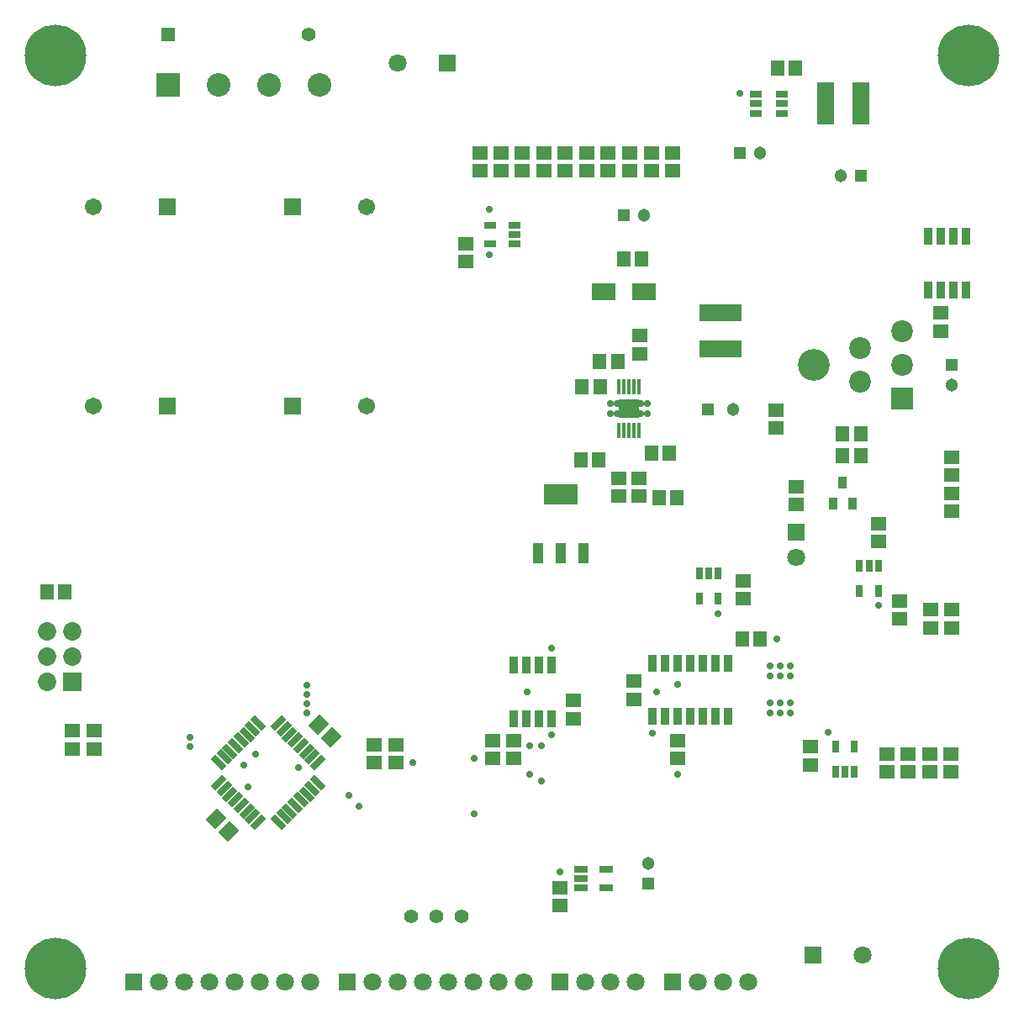
<source format=gts>
G04*
G04 #@! TF.GenerationSoftware,Altium Limited,Altium Designer,23.1.1 (15)*
G04*
G04 Layer_Color=8388736*
%FSLAX44Y44*%
%MOMM*%
G71*
G04*
G04 #@! TF.SameCoordinates,CD971CD2-FFAA-4849-8B14-452EF0A1BBDF*
G04*
G04*
G04 #@! TF.FilePolarity,Negative*
G04*
G01*
G75*
%ADD35R,1.4032X0.8032*%
%ADD36R,1.6032X1.4032*%
%ADD37R,1.4032X1.6032*%
%ADD38R,0.8532X1.7032*%
G04:AMPARAMS|DCode=39|XSize=1.6mm|YSize=0.7mm|CornerRadius=0mm|HoleSize=0mm|Usage=FLASHONLY|Rotation=135.000|XOffset=0mm|YOffset=0mm|HoleType=Round|Shape=Rectangle|*
%AMROTATEDRECTD39*
4,1,4,0.8132,-0.3182,0.3182,-0.8132,-0.8132,0.3182,-0.3182,0.8132,0.8132,-0.3182,0.0*
%
%ADD39ROTATEDRECTD39*%

G04:AMPARAMS|DCode=40|XSize=1.6mm|YSize=0.7mm|CornerRadius=0mm|HoleSize=0mm|Usage=FLASHONLY|Rotation=45.000|XOffset=0mm|YOffset=0mm|HoleType=Round|Shape=Rectangle|*
%AMROTATEDRECTD40*
4,1,4,-0.3182,-0.8132,-0.8132,-0.3182,0.3182,0.8132,0.8132,0.3182,-0.3182,-0.8132,0.0*
%
%ADD40ROTATEDRECTD40*%

%ADD41R,0.8532X1.7282*%
G04:AMPARAMS|DCode=42|XSize=1.6032mm|YSize=1.4032mm|CornerRadius=0mm|HoleSize=0mm|Usage=FLASHONLY|Rotation=45.000|XOffset=0mm|YOffset=0mm|HoleType=Round|Shape=Rectangle|*
%AMROTATEDRECTD42*
4,1,4,-0.0707,-1.0629,-1.0629,-0.0707,0.0707,1.0629,1.0629,0.0707,-0.0707,-1.0629,0.0*
%
%ADD42ROTATEDRECTD42*%

%ADD43R,0.7000X1.3000*%
%ADD44R,0.8532X1.3032*%
%ADD45R,2.4032X1.7532*%
%ADD46R,0.4000X1.5250*%
%ADD47R,2.0832X1.8832*%
%ADD48R,4.2032X1.7032*%
%ADD49R,1.1032X2.0032*%
%ADD50R,3.4032X2.0032*%
%ADD51R,1.3000X0.7000*%
%ADD52R,1.2532X0.7532*%
%ADD53R,1.7032X4.2032*%
%ADD54R,1.3032X1.3032*%
%ADD55C,1.3032*%
%ADD56C,1.8532*%
%ADD57R,1.8532X1.8532*%
%ADD58C,1.4032*%
%ADD59C,1.8032*%
%ADD60R,1.8032X1.8032*%
%ADD61R,1.8032X1.8032*%
%ADD62R,1.3032X1.3032*%
%ADD63C,6.2032*%
%ADD64R,1.4032X1.4032*%
%ADD65C,2.1982*%
%ADD66R,2.1982X2.1982*%
%ADD67R,2.3782X2.3782*%
%ADD68C,2.3782*%
%ADD69R,1.7032X1.7032*%
%ADD70C,1.7032*%
%ADD71C,3.2032*%
%ADD72C,0.7032*%
D35*
X569500Y140500D02*
D03*
Y131000D02*
D03*
Y121500D02*
D03*
X594500D02*
D03*
Y140500D02*
D03*
D36*
X548000Y103500D02*
D03*
Y121500D02*
D03*
X79500Y279500D02*
D03*
Y261500D02*
D03*
X57500D02*
D03*
Y279500D02*
D03*
X666500Y252000D02*
D03*
Y270000D02*
D03*
X383000Y265500D02*
D03*
Y247500D02*
D03*
X361500Y265500D02*
D03*
Y247500D02*
D03*
X502000Y252000D02*
D03*
Y270000D02*
D03*
X480500Y270000D02*
D03*
Y252000D02*
D03*
X561500Y292000D02*
D03*
Y310000D02*
D03*
X622500Y311500D02*
D03*
Y329500D02*
D03*
X801000Y263500D02*
D03*
Y245500D02*
D03*
X877500Y256500D02*
D03*
Y238500D02*
D03*
X920500Y238500D02*
D03*
Y256500D02*
D03*
X942000Y256500D02*
D03*
Y238500D02*
D03*
X890250Y392460D02*
D03*
Y410460D02*
D03*
X732500Y431000D02*
D03*
Y413000D02*
D03*
X786230Y507660D02*
D03*
Y525660D02*
D03*
X869000Y470000D02*
D03*
Y488000D02*
D03*
X931500Y700500D02*
D03*
Y682500D02*
D03*
X942960Y383460D02*
D03*
Y401460D02*
D03*
X921960Y383460D02*
D03*
Y401460D02*
D03*
X942960Y555460D02*
D03*
Y537460D02*
D03*
X942960Y518960D02*
D03*
Y500960D02*
D03*
X765500Y602500D02*
D03*
Y584500D02*
D03*
X629160Y659520D02*
D03*
Y677520D02*
D03*
X627890Y534010D02*
D03*
Y516010D02*
D03*
X607570Y516010D02*
D03*
Y534010D02*
D03*
X453500Y752000D02*
D03*
Y770000D02*
D03*
X899000Y256500D02*
D03*
Y238500D02*
D03*
X467550Y843670D02*
D03*
Y861670D02*
D03*
X489030Y843670D02*
D03*
Y861670D02*
D03*
X510620Y843670D02*
D03*
Y861670D02*
D03*
X532210Y843670D02*
D03*
Y861670D02*
D03*
X553800Y843670D02*
D03*
Y861670D02*
D03*
X575390Y843670D02*
D03*
Y861670D02*
D03*
X596980Y843670D02*
D03*
Y861670D02*
D03*
X618570Y843670D02*
D03*
Y861670D02*
D03*
X640270Y843670D02*
D03*
Y861670D02*
D03*
X661750Y843670D02*
D03*
Y861670D02*
D03*
D37*
X32000Y420000D02*
D03*
X50000D02*
D03*
X750000Y372500D02*
D03*
X732000D02*
D03*
X833000Y557000D02*
D03*
X851000D02*
D03*
X833000Y579000D02*
D03*
X851000D02*
D03*
X612650Y754880D02*
D03*
X630650D02*
D03*
X587250Y552950D02*
D03*
X569250D02*
D03*
X640480Y559300D02*
D03*
X658480D02*
D03*
X648210Y514850D02*
D03*
X666210D02*
D03*
X588630Y626610D02*
D03*
X570630D02*
D03*
X606520Y652010D02*
D03*
X588520D02*
D03*
X767560Y946670D02*
D03*
X785560D02*
D03*
D38*
X641400Y348000D02*
D03*
X654100D02*
D03*
X666800D02*
D03*
X679500D02*
D03*
X692200D02*
D03*
X704900D02*
D03*
X717600D02*
D03*
Y294000D02*
D03*
X704900D02*
D03*
X692200D02*
D03*
X679500D02*
D03*
X666800D02*
D03*
X654100D02*
D03*
X641400D02*
D03*
D39*
X204649Y247753D02*
D03*
X210306Y253410D02*
D03*
X215963Y259067D02*
D03*
X221619Y264724D02*
D03*
X227276Y270380D02*
D03*
X232933Y276037D02*
D03*
X238590Y281694D02*
D03*
X244247Y287351D02*
D03*
X304351Y227247D02*
D03*
X298694Y221590D02*
D03*
X293037Y215933D02*
D03*
X287381Y210276D02*
D03*
X281724Y204620D02*
D03*
X276067Y198963D02*
D03*
X270410Y193306D02*
D03*
X264753Y187649D02*
D03*
D40*
Y287351D02*
D03*
X270410Y281694D02*
D03*
X276067Y276037D02*
D03*
X281724Y270380D02*
D03*
X287381Y264724D02*
D03*
X293037Y259067D02*
D03*
X298694Y253410D02*
D03*
X304351Y247753D02*
D03*
X244247Y187649D02*
D03*
X238590Y193306D02*
D03*
X232933Y198963D02*
D03*
X227276Y204620D02*
D03*
X221619Y210276D02*
D03*
X215963Y215933D02*
D03*
X210306Y221590D02*
D03*
X204649Y227247D02*
D03*
D41*
X540050Y346120D02*
D03*
X527350D02*
D03*
X514650D02*
D03*
X501950D02*
D03*
Y291880D02*
D03*
X514650D02*
D03*
X527350D02*
D03*
X540050D02*
D03*
X918950Y777620D02*
D03*
X931650D02*
D03*
X944350D02*
D03*
X957050D02*
D03*
Y723380D02*
D03*
X944350D02*
D03*
X931650D02*
D03*
X918950D02*
D03*
D42*
X318364Y273136D02*
D03*
X305636Y285864D02*
D03*
X202136Y190864D02*
D03*
X214864Y178136D02*
D03*
D43*
X825960Y238540D02*
D03*
X835460D02*
D03*
X844960D02*
D03*
Y263540D02*
D03*
X825960D02*
D03*
X869000Y445500D02*
D03*
X859500D02*
D03*
X850000D02*
D03*
Y420500D02*
D03*
X869000D02*
D03*
X707500Y413000D02*
D03*
X688500D02*
D03*
Y438000D02*
D03*
X698000D02*
D03*
X707500D02*
D03*
D44*
X833000Y529500D02*
D03*
X842600Y508500D02*
D03*
X823400D02*
D03*
D45*
X633150Y721860D02*
D03*
X592150D02*
D03*
D46*
X627810Y626400D02*
D03*
X622810D02*
D03*
X617810D02*
D03*
X612810D02*
D03*
X607810D02*
D03*
Y582160D02*
D03*
X612810D02*
D03*
X617810D02*
D03*
X622810D02*
D03*
X627810D02*
D03*
D47*
X617810Y604280D02*
D03*
D48*
X710440Y664490D02*
D03*
Y700490D02*
D03*
D49*
X526150Y458180D02*
D03*
X549150D02*
D03*
X572150D02*
D03*
D50*
X549150Y518180D02*
D03*
D51*
X503000Y770000D02*
D03*
Y779500D02*
D03*
Y789000D02*
D03*
X478000D02*
D03*
Y770000D02*
D03*
D52*
X745780Y920610D02*
D03*
Y911110D02*
D03*
Y901610D02*
D03*
X771780D02*
D03*
Y911110D02*
D03*
Y920610D02*
D03*
D53*
X851710Y911110D02*
D03*
X815710D02*
D03*
D54*
X637500Y126000D02*
D03*
X943045Y647919D02*
D03*
D55*
X637500Y146000D02*
D03*
X722740Y603750D02*
D03*
X632650Y799330D02*
D03*
X943045Y627919D02*
D03*
X831490Y838720D02*
D03*
X749890Y861580D02*
D03*
D56*
X31800Y379900D02*
D03*
Y354500D02*
D03*
X57200Y379900D02*
D03*
Y354500D02*
D03*
X31800Y329100D02*
D03*
D57*
X57200D02*
D03*
D58*
X398100Y93000D02*
D03*
X423500D02*
D03*
X448900D02*
D03*
X295000Y981000D02*
D03*
D59*
X460700Y27000D02*
D03*
X409900D02*
D03*
X359100D02*
D03*
X384500D02*
D03*
X435300D02*
D03*
X486100D02*
D03*
X511500D02*
D03*
X687400D02*
D03*
X712800D02*
D03*
X738200D02*
D03*
X245700D02*
D03*
X194900D02*
D03*
X144100D02*
D03*
X169500D02*
D03*
X220300D02*
D03*
X271100D02*
D03*
X296500D02*
D03*
X573900D02*
D03*
X599300D02*
D03*
X624700D02*
D03*
X786230Y453960D02*
D03*
X853390Y53610D02*
D03*
X384900Y952400D02*
D03*
D60*
X333700Y27000D02*
D03*
X662000D02*
D03*
X118700D02*
D03*
X548500D02*
D03*
X803390Y53610D02*
D03*
X434900Y952400D02*
D03*
D61*
X786230Y479360D02*
D03*
D62*
X697740Y603750D02*
D03*
X612650Y799330D02*
D03*
X851490Y838720D02*
D03*
X729890Y861580D02*
D03*
D63*
X40000Y40000D02*
D03*
X960000D02*
D03*
X40000Y960000D02*
D03*
X960000D02*
D03*
D64*
X154000Y981000D02*
D03*
D65*
X850980Y664950D02*
D03*
Y630950D02*
D03*
X892890Y681950D02*
D03*
Y647950D02*
D03*
D66*
Y613950D02*
D03*
D67*
X153700Y930000D02*
D03*
D68*
X204500D02*
D03*
X255300D02*
D03*
X306100D02*
D03*
D69*
X278810Y606990D02*
D03*
Y807650D02*
D03*
X153080Y606990D02*
D03*
Y807650D02*
D03*
D70*
X353810Y606990D02*
D03*
Y807650D02*
D03*
X78080Y606990D02*
D03*
Y807650D02*
D03*
D71*
X803700Y647900D02*
D03*
D72*
X477500Y805000D02*
D03*
X336046Y215040D02*
D03*
X462000Y196000D02*
D03*
X517500Y235500D02*
D03*
X346000Y203500D02*
D03*
X285230Y243080D02*
D03*
X230000Y245000D02*
D03*
X242000Y256500D02*
D03*
X529500Y229500D02*
D03*
X760000Y297500D02*
D03*
X770000D02*
D03*
X780000D02*
D03*
X760000Y307500D02*
D03*
X770000D02*
D03*
X780000D02*
D03*
Y345000D02*
D03*
X770000D02*
D03*
X760000D02*
D03*
X780000Y335000D02*
D03*
X770000D02*
D03*
X760000D02*
D03*
X462000Y252000D02*
D03*
X529500Y265000D02*
D03*
X517500D02*
D03*
X540000Y275500D02*
D03*
X645500Y319000D02*
D03*
X666500Y326500D02*
D03*
X548000Y137500D02*
D03*
X176000Y264000D02*
D03*
Y273500D02*
D03*
X400000Y247500D02*
D03*
X293500Y316500D02*
D03*
Y297500D02*
D03*
Y326000D02*
D03*
Y307000D02*
D03*
X666500Y235500D02*
D03*
X766500Y372500D02*
D03*
X515000Y319000D02*
D03*
X540000Y363000D02*
D03*
X641500Y277500D02*
D03*
X707500Y398000D02*
D03*
X869000Y406000D02*
D03*
X818000Y278000D02*
D03*
X234500Y223000D02*
D03*
X477500Y759000D02*
D03*
X636000Y599000D02*
D03*
Y609500D02*
D03*
X599000Y599000D02*
D03*
Y609500D02*
D03*
X629500D02*
D03*
Y599000D02*
D03*
X605500D02*
D03*
Y609500D02*
D03*
X623500Y599000D02*
D03*
Y609500D02*
D03*
X617500Y599000D02*
D03*
Y609500D02*
D03*
X611500Y599000D02*
D03*
Y609500D02*
D03*
X729570Y921270D02*
D03*
M02*

</source>
